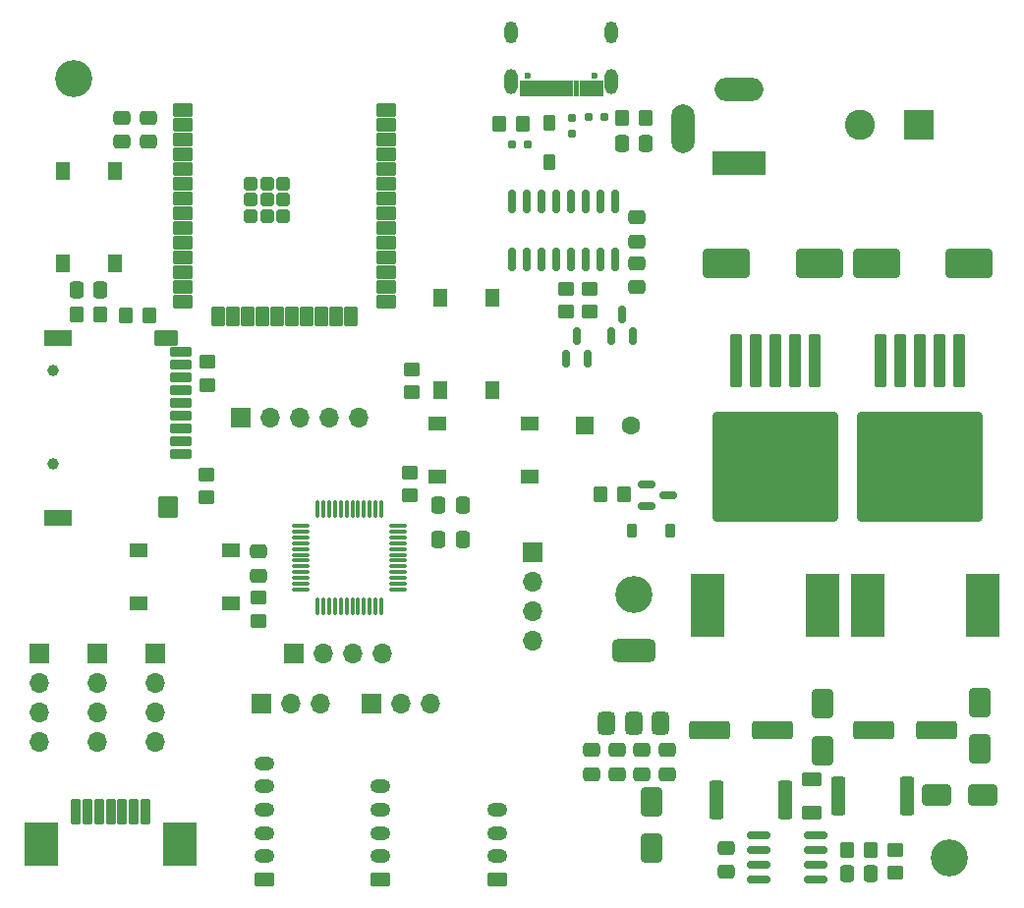
<source format=gbr>
%TF.GenerationSoftware,KiCad,Pcbnew,8.0.2*%
%TF.CreationDate,2025-04-18T13:43:38+02:00*%
%TF.ProjectId,Mini-me-pcb,4d696e69-2d6d-4652-9d70-63622e6b6963,rev?*%
%TF.SameCoordinates,Original*%
%TF.FileFunction,Soldermask,Top*%
%TF.FilePolarity,Negative*%
%FSLAX46Y46*%
G04 Gerber Fmt 4.6, Leading zero omitted, Abs format (unit mm)*
G04 Created by KiCad (PCBNEW 8.0.2) date 2025-04-18 13:43:38*
%MOMM*%
%LPD*%
G01*
G04 APERTURE LIST*
G04 Aperture macros list*
%AMRoundRect*
0 Rectangle with rounded corners*
0 $1 Rounding radius*
0 $2 $3 $4 $5 $6 $7 $8 $9 X,Y pos of 4 corners*
0 Add a 4 corners polygon primitive as box body*
4,1,4,$2,$3,$4,$5,$6,$7,$8,$9,$2,$3,0*
0 Add four circle primitives for the rounded corners*
1,1,$1+$1,$2,$3*
1,1,$1+$1,$4,$5*
1,1,$1+$1,$6,$7*
1,1,$1+$1,$8,$9*
0 Add four rect primitives between the rounded corners*
20,1,$1+$1,$2,$3,$4,$5,0*
20,1,$1+$1,$4,$5,$6,$7,0*
20,1,$1+$1,$6,$7,$8,$9,0*
20,1,$1+$1,$8,$9,$2,$3,0*%
G04 Aperture macros list end*
%ADD10C,0.010000*%
%ADD11R,1.700000X1.700000*%
%ADD12O,1.700000X1.700000*%
%ADD13RoundRect,0.250000X-0.475000X0.337500X-0.475000X-0.337500X0.475000X-0.337500X0.475000X0.337500X0*%
%ADD14RoundRect,0.250000X-0.337500X-0.475000X0.337500X-0.475000X0.337500X0.475000X-0.337500X0.475000X0*%
%ADD15RoundRect,0.250000X0.625000X-0.350000X0.625000X0.350000X-0.625000X0.350000X-0.625000X-0.350000X0*%
%ADD16O,1.750000X1.200000*%
%ADD17RoundRect,0.102000X-0.750000X-0.450000X0.750000X-0.450000X0.750000X0.450000X-0.750000X0.450000X0*%
%ADD18RoundRect,0.102000X-0.450000X-0.750000X0.450000X-0.750000X0.450000X0.750000X-0.450000X0.750000X0*%
%ADD19RoundRect,0.102000X-0.450000X-0.450000X0.450000X-0.450000X0.450000X0.450000X-0.450000X0.450000X0*%
%ADD20R,4.600000X2.000000*%
%ADD21O,4.200000X2.000000*%
%ADD22O,2.000000X4.200000*%
%ADD23RoundRect,0.250000X-0.300000X2.050000X-0.300000X-2.050000X0.300000X-2.050000X0.300000X2.050000X0*%
%ADD24RoundRect,0.250002X-5.149998X4.449998X-5.149998X-4.449998X5.149998X-4.449998X5.149998X4.449998X0*%
%ADD25RoundRect,0.250000X-0.350000X-0.450000X0.350000X-0.450000X0.350000X0.450000X-0.350000X0.450000X0*%
%ADD26RoundRect,0.250000X-0.650000X1.000000X-0.650000X-1.000000X0.650000X-1.000000X0.650000X1.000000X0*%
%ADD27RoundRect,0.150000X0.150000X-0.587500X0.150000X0.587500X-0.150000X0.587500X-0.150000X-0.587500X0*%
%ADD28RoundRect,0.250000X-0.450000X0.350000X-0.450000X-0.350000X0.450000X-0.350000X0.450000X0.350000X0*%
%ADD29RoundRect,0.250000X0.475000X-0.337500X0.475000X0.337500X-0.475000X0.337500X-0.475000X-0.337500X0*%
%ADD30RoundRect,0.250000X-0.362500X-1.425000X0.362500X-1.425000X0.362500X1.425000X-0.362500X1.425000X0*%
%ADD31RoundRect,0.150000X-0.150000X0.825000X-0.150000X-0.825000X0.150000X-0.825000X0.150000X0.825000X0*%
%ADD32R,2.600000X2.600000*%
%ADD33C,2.600000*%
%ADD34RoundRect,0.250000X-1.750000X-1.000000X1.750000X-1.000000X1.750000X1.000000X-1.750000X1.000000X0*%
%ADD35RoundRect,0.250000X0.350000X0.450000X-0.350000X0.450000X-0.350000X-0.450000X0.350000X-0.450000X0*%
%ADD36RoundRect,0.150000X-0.825000X-0.150000X0.825000X-0.150000X0.825000X0.150000X-0.825000X0.150000X0*%
%ADD37RoundRect,0.102000X-0.305000X-1.000000X0.305000X-1.000000X0.305000X1.000000X-0.305000X1.000000X0*%
%ADD38RoundRect,0.102000X-1.340000X-1.800000X1.340000X-1.800000X1.340000X1.800000X-1.340000X1.800000X0*%
%ADD39R,2.900000X5.400000*%
%ADD40RoundRect,0.102000X-0.240000X-0.200000X0.240000X-0.200000X0.240000X0.200000X-0.240000X0.200000X0*%
%ADD41R,1.600000X1.600000*%
%ADD42C,1.600000*%
%ADD43RoundRect,0.250000X0.337500X0.475000X-0.337500X0.475000X-0.337500X-0.475000X0.337500X-0.475000X0*%
%ADD44RoundRect,0.250000X-1.500000X-0.550000X1.500000X-0.550000X1.500000X0.550000X-1.500000X0.550000X0*%
%ADD45C,3.200000*%
%ADD46RoundRect,0.250000X-0.625000X0.375000X-0.625000X-0.375000X0.625000X-0.375000X0.625000X0.375000X0*%
%ADD47RoundRect,0.102000X0.365000X-0.605000X0.365000X0.605000X-0.365000X0.605000X-0.365000X-0.605000X0*%
%ADD48RoundRect,0.375000X0.375000X-0.625000X0.375000X0.625000X-0.375000X0.625000X-0.375000X-0.625000X0*%
%ADD49RoundRect,0.500000X1.400000X-0.500000X1.400000X0.500000X-1.400000X0.500000X-1.400000X-0.500000X0*%
%ADD50RoundRect,0.250000X-1.000000X-0.650000X1.000000X-0.650000X1.000000X0.650000X-1.000000X0.650000X0*%
%ADD51RoundRect,0.102000X0.240000X0.200000X-0.240000X0.200000X-0.240000X-0.200000X0.240000X-0.200000X0*%
%ADD52R,1.550000X1.300000*%
%ADD53C,1.000000*%
%ADD54RoundRect,0.102000X-0.800000X0.350000X-0.800000X-0.350000X0.800000X-0.350000X0.800000X0.350000X0*%
%ADD55RoundRect,0.102000X-0.900000X0.600000X-0.900000X-0.600000X0.900000X-0.600000X0.900000X0.600000X0*%
%ADD56RoundRect,0.102000X-0.750000X0.800000X-0.750000X-0.800000X0.750000X-0.800000X0.750000X0.800000X0*%
%ADD57RoundRect,0.102000X-1.100000X0.600000X-1.100000X-0.600000X1.100000X-0.600000X1.100000X0.600000X0*%
%ADD58RoundRect,0.250000X0.650000X-1.000000X0.650000X1.000000X-0.650000X1.000000X-0.650000X-1.000000X0*%
%ADD59R,1.300000X1.550000*%
%ADD60C,0.600000*%
%ADD61O,1.104000X2.204000*%
%ADD62O,1.104000X1.904000*%
%ADD63RoundRect,0.250000X1.750000X1.000000X-1.750000X1.000000X-1.750000X-1.000000X1.750000X-1.000000X0*%
%ADD64RoundRect,0.225000X-0.225000X-0.375000X0.225000X-0.375000X0.225000X0.375000X-0.225000X0.375000X0*%
%ADD65RoundRect,0.075000X-0.662500X-0.075000X0.662500X-0.075000X0.662500X0.075000X-0.662500X0.075000X0*%
%ADD66RoundRect,0.075000X-0.075000X-0.662500X0.075000X-0.662500X0.075000X0.662500X-0.075000X0.662500X0*%
%ADD67RoundRect,0.250000X0.450000X-0.350000X0.450000X0.350000X-0.450000X0.350000X-0.450000X-0.350000X0*%
%ADD68RoundRect,0.250000X0.362500X1.425000X-0.362500X1.425000X-0.362500X-1.425000X0.362500X-1.425000X0*%
%ADD69RoundRect,0.102000X0.200000X-0.240000X0.200000X0.240000X-0.200000X0.240000X-0.200000X-0.240000X0*%
%ADD70RoundRect,0.150000X-0.587500X-0.150000X0.587500X-0.150000X0.587500X0.150000X-0.587500X0.150000X0*%
G04 APERTURE END LIST*
D10*
%TO.C,J1*%
X167048000Y-40918500D02*
X166348000Y-40918500D01*
X166348000Y-39678500D01*
X167048000Y-39678500D01*
X167048000Y-40918500D01*
G36*
X167048000Y-40918500D02*
G01*
X166348000Y-40918500D01*
X166348000Y-39678500D01*
X167048000Y-39678500D01*
X167048000Y-40918500D01*
G37*
X167848000Y-40918500D02*
X167148000Y-40918500D01*
X167148000Y-39678500D01*
X167848000Y-39678500D01*
X167848000Y-40918500D01*
G36*
X167848000Y-40918500D02*
G01*
X167148000Y-40918500D01*
X167148000Y-39678500D01*
X167848000Y-39678500D01*
X167848000Y-40918500D01*
G37*
X168348000Y-40918500D02*
X167948000Y-40918500D01*
X167948000Y-39678500D01*
X168348000Y-39678500D01*
X168348000Y-40918500D01*
G36*
X168348000Y-40918500D02*
G01*
X167948000Y-40918500D01*
X167948000Y-39678500D01*
X168348000Y-39678500D01*
X168348000Y-40918500D01*
G37*
X168848000Y-40918500D02*
X168448000Y-40918500D01*
X168448000Y-39678500D01*
X168848000Y-39678500D01*
X168848000Y-40918500D01*
G36*
X168848000Y-40918500D02*
G01*
X168448000Y-40918500D01*
X168448000Y-39678500D01*
X168848000Y-39678500D01*
X168848000Y-40918500D01*
G37*
X169348000Y-40918500D02*
X168948000Y-40918500D01*
X168948000Y-39678500D01*
X169348000Y-39678500D01*
X169348000Y-40918500D01*
G36*
X169348000Y-40918500D02*
G01*
X168948000Y-40918500D01*
X168948000Y-39678500D01*
X169348000Y-39678500D01*
X169348000Y-40918500D01*
G37*
X169848000Y-40918500D02*
X169448000Y-40918500D01*
X169448000Y-39678500D01*
X169848000Y-39678500D01*
X169848000Y-40918500D01*
G36*
X169848000Y-40918500D02*
G01*
X169448000Y-40918500D01*
X169448000Y-39678500D01*
X169848000Y-39678500D01*
X169848000Y-40918500D01*
G37*
X170348000Y-40918500D02*
X169948000Y-40918500D01*
X169948000Y-39678500D01*
X170348000Y-39678500D01*
X170348000Y-40918500D01*
G36*
X170348000Y-40918500D02*
G01*
X169948000Y-40918500D01*
X169948000Y-39678500D01*
X170348000Y-39678500D01*
X170348000Y-40918500D01*
G37*
X170848000Y-40918500D02*
X170448000Y-40918500D01*
X170448000Y-39678500D01*
X170848000Y-39678500D01*
X170848000Y-40918500D01*
G36*
X170848000Y-40918500D02*
G01*
X170448000Y-40918500D01*
X170448000Y-39678500D01*
X170848000Y-39678500D01*
X170848000Y-40918500D01*
G37*
X171348000Y-40918500D02*
X170948000Y-40918500D01*
X170948000Y-39678500D01*
X171348000Y-39678500D01*
X171348000Y-40918500D01*
G36*
X171348000Y-40918500D02*
G01*
X170948000Y-40918500D01*
X170948000Y-39678500D01*
X171348000Y-39678500D01*
X171348000Y-40918500D01*
G37*
X171848000Y-40918500D02*
X171448000Y-40918500D01*
X171448000Y-39678500D01*
X171848000Y-39678500D01*
X171848000Y-40918500D01*
G36*
X171848000Y-40918500D02*
G01*
X171448000Y-40918500D01*
X171448000Y-39678500D01*
X171848000Y-39678500D01*
X171848000Y-40918500D01*
G37*
X172648000Y-40918500D02*
X171948000Y-40918500D01*
X171948000Y-39678500D01*
X172648000Y-39678500D01*
X172648000Y-40918500D01*
G36*
X172648000Y-40918500D02*
G01*
X171948000Y-40918500D01*
X171948000Y-39678500D01*
X172648000Y-39678500D01*
X172648000Y-40918500D01*
G37*
X173448000Y-40918500D02*
X172748000Y-40918500D01*
X172748000Y-39678500D01*
X173448000Y-39678500D01*
X173448000Y-40918500D01*
G36*
X173448000Y-40918500D02*
G01*
X172748000Y-40918500D01*
X172748000Y-39678500D01*
X173448000Y-39678500D01*
X173448000Y-40918500D01*
G37*
%TD*%
D11*
%TO.C,J16*%
X142240000Y-68707000D03*
D12*
X144780000Y-68707000D03*
X147320000Y-68707000D03*
X149860000Y-68707000D03*
X152400000Y-68707000D03*
%TD*%
D13*
%TO.C,C1*%
X176413000Y-51452500D03*
X176413000Y-53527500D03*
%TD*%
D11*
%TO.C,J14*%
X124921000Y-89037000D03*
D12*
X124921000Y-91577000D03*
X124921000Y-94117000D03*
X124921000Y-96657000D03*
%TD*%
D14*
%TO.C,C19*%
X159315500Y-79231000D03*
X161390500Y-79231000D03*
%TD*%
D11*
%TO.C,J13*%
X129921000Y-89037000D03*
D12*
X129921000Y-91577000D03*
X129921000Y-94117000D03*
X129921000Y-96657000D03*
%TD*%
D15*
%TO.C,J12*%
X164338000Y-108489000D03*
D16*
X164338000Y-106489000D03*
X164338000Y-104489000D03*
X164338000Y-102489000D03*
%TD*%
D17*
%TO.C,IC1*%
X137273000Y-42191000D03*
X137273000Y-43461000D03*
X137273000Y-44731000D03*
X137273000Y-46001000D03*
X137273000Y-47271000D03*
X137273000Y-48541000D03*
X137273000Y-49811000D03*
X137273000Y-51081000D03*
X137273000Y-52351000D03*
X137273000Y-53621000D03*
X137273000Y-54891000D03*
X137273000Y-56161000D03*
X137273000Y-57431000D03*
X137273000Y-58701000D03*
D18*
X140308000Y-59951000D03*
X141578000Y-59951000D03*
X142848000Y-59951000D03*
X144118000Y-59951000D03*
X145388000Y-59951000D03*
X146658000Y-59951000D03*
X147928000Y-59951000D03*
X149198000Y-59951000D03*
X150468000Y-59951000D03*
X151738000Y-59951000D03*
D17*
X154773000Y-58701000D03*
X154773000Y-57431000D03*
X154773000Y-56161000D03*
X154773000Y-54891000D03*
X154773000Y-53621000D03*
X154773000Y-52351000D03*
X154773000Y-51081000D03*
X154773000Y-49811000D03*
X154773000Y-48541000D03*
X154773000Y-47271000D03*
X154773000Y-46001000D03*
X154773000Y-44731000D03*
X154773000Y-43461000D03*
X154773000Y-42191000D03*
D19*
X143123000Y-48511000D03*
X143123000Y-49911000D03*
X143123000Y-51311000D03*
X144523000Y-51311000D03*
X145923000Y-51311000D03*
X145923000Y-49911000D03*
X145923000Y-48511000D03*
X144523000Y-48511000D03*
X144523000Y-49911000D03*
%TD*%
D13*
%TO.C,C5*%
X184088000Y-105769500D03*
X184088000Y-107844500D03*
%TD*%
D20*
%TO.C,J2*%
X185166000Y-46736000D03*
D21*
X185166000Y-40436000D03*
D22*
X180366000Y-43836000D03*
%TD*%
D13*
%TO.C,C9*%
X176841000Y-97362500D03*
X176841000Y-99437500D03*
%TD*%
D23*
%TO.C,U4*%
X204201000Y-63754000D03*
X202501000Y-63754000D03*
X200801000Y-63754000D03*
D24*
X200801000Y-72904000D03*
D23*
X199101000Y-63754000D03*
X197401000Y-63754000D03*
%TD*%
D25*
%TO.C,R2*%
X128159000Y-59817000D03*
X130159000Y-59817000D03*
%TD*%
D26*
%TO.C,D6*%
X192390000Y-93377000D03*
X192390000Y-97377000D03*
%TD*%
D27*
%TO.C,Q2*%
X174193000Y-61682500D03*
X176093000Y-61682500D03*
X175143000Y-59807500D03*
%TD*%
D28*
%TO.C,R6*%
X172349000Y-57586000D03*
X172349000Y-59586000D03*
%TD*%
D11*
%TO.C,J8*%
X167386000Y-80264000D03*
D12*
X167386000Y-82804000D03*
X167386000Y-85344000D03*
X167386000Y-87884000D03*
%TD*%
D25*
%TO.C,R1*%
X175121000Y-42914500D03*
X177121000Y-42914500D03*
%TD*%
D29*
%TO.C,C13*%
X132067000Y-44926500D03*
X132067000Y-42851500D03*
%TD*%
D13*
%TO.C,C4*%
X176413000Y-55389500D03*
X176413000Y-57464500D03*
%TD*%
D30*
%TO.C,R15*%
X183237500Y-101600000D03*
X189162500Y-101600000D03*
%TD*%
D31*
%TO.C,U1*%
X174498000Y-50103000D03*
X173228000Y-50103000D03*
X171958000Y-50103000D03*
X170688000Y-50103000D03*
X169418000Y-50103000D03*
X168148000Y-50103000D03*
X166878000Y-50103000D03*
X165608000Y-50103000D03*
X165608000Y-55053000D03*
X166878000Y-55053000D03*
X168148000Y-55053000D03*
X169418000Y-55053000D03*
X170688000Y-55053000D03*
X171958000Y-55053000D03*
X173228000Y-55053000D03*
X174498000Y-55053000D03*
%TD*%
D32*
%TO.C,J3*%
X200665000Y-43510000D03*
D33*
X195585000Y-43510000D03*
%TD*%
D34*
%TO.C,C11*%
X197026000Y-55372000D03*
X205026000Y-55372000D03*
%TD*%
D35*
%TO.C,R4*%
X166580000Y-43422500D03*
X164580000Y-43422500D03*
%TD*%
D36*
%TO.C,U2*%
X186882000Y-104648000D03*
X186882000Y-105918000D03*
X186882000Y-107188000D03*
X186882000Y-108458000D03*
X191832000Y-108458000D03*
X191832000Y-107188000D03*
X191832000Y-105918000D03*
X191832000Y-104648000D03*
%TD*%
D37*
%TO.C,J11*%
X128064000Y-102649000D03*
X129064000Y-102649000D03*
X130064000Y-102649000D03*
X131064000Y-102649000D03*
X132064000Y-102649000D03*
X133064000Y-102649000D03*
X134064000Y-102649000D03*
D38*
X125074000Y-105449000D03*
X137054000Y-105449000D03*
%TD*%
D29*
%TO.C,C3*%
X143764000Y-82317500D03*
X143764000Y-80242500D03*
%TD*%
D13*
%TO.C,C15*%
X174682000Y-97362500D03*
X174682000Y-99437500D03*
%TD*%
D39*
%TO.C,L1*%
X206230000Y-84836000D03*
X196330000Y-84836000D03*
%TD*%
D40*
%TO.C,D2*%
X165682000Y-45200500D03*
X167002000Y-45200500D03*
%TD*%
D14*
%TO.C,C7*%
X175083500Y-45073500D03*
X177158500Y-45073500D03*
%TD*%
D39*
%TO.C,L2*%
X192387000Y-84836000D03*
X182487000Y-84836000D03*
%TD*%
D11*
%TO.C,J5*%
X153543000Y-93345000D03*
D12*
X156083000Y-93345000D03*
X158623000Y-93345000D03*
%TD*%
D41*
%TO.C,BZ1*%
X171900000Y-69400000D03*
D42*
X175900000Y-69400000D03*
%TD*%
D14*
%TO.C,C6*%
X194480500Y-107950000D03*
X196555500Y-107950000D03*
%TD*%
D43*
%TO.C,C2*%
X130196500Y-57658000D03*
X128121500Y-57658000D03*
%TD*%
D29*
%TO.C,C10*%
X134353000Y-44926500D03*
X134353000Y-42851500D03*
%TD*%
D26*
%TO.C,D5*%
X205979000Y-93250000D03*
X205979000Y-97250000D03*
%TD*%
D44*
%TO.C,C17*%
X182672000Y-95631000D03*
X188072000Y-95631000D03*
%TD*%
D45*
%TO.C,H2*%
X203300000Y-106600000D03*
%TD*%
D46*
%TO.C,F1*%
X191500000Y-99900000D03*
X191500000Y-102700000D03*
%TD*%
D47*
%TO.C,D1*%
X168882000Y-43327500D03*
X168882000Y-46687500D03*
%TD*%
D15*
%TO.C,J9*%
X154338000Y-108489000D03*
D16*
X154338000Y-106489000D03*
X154338000Y-104489000D03*
X154338000Y-102489000D03*
X154338000Y-100489000D03*
%TD*%
D11*
%TO.C,J6*%
X144018000Y-93345000D03*
D12*
X146558000Y-93345000D03*
X149098000Y-93345000D03*
%TD*%
D28*
%TO.C,R5*%
X170317000Y-57586000D03*
X170317000Y-59586000D03*
%TD*%
D15*
%TO.C,J10*%
X144338000Y-108489000D03*
D16*
X144338000Y-106489000D03*
X144338000Y-104489000D03*
X144338000Y-102489000D03*
X144338000Y-100489000D03*
X144338000Y-98489000D03*
%TD*%
D48*
%TO.C,U3*%
X173800000Y-95050000D03*
X176100000Y-95050000D03*
X178400000Y-95050000D03*
D49*
X176100000Y-88750000D03*
%TD*%
D50*
%TO.C,D9*%
X202200000Y-101200000D03*
X206200000Y-101200000D03*
%TD*%
D51*
%TO.C,D3*%
X173606000Y-42787500D03*
X172286000Y-42787500D03*
%TD*%
D14*
%TO.C,C18*%
X159315500Y-76221000D03*
X161390500Y-76221000D03*
%TD*%
D52*
%TO.C,SW2*%
X133434000Y-80173000D03*
X141394000Y-80173000D03*
X133434000Y-84673000D03*
X141394000Y-84673000D03*
%TD*%
D53*
%TO.C,J18*%
X126100000Y-64650000D03*
X126100000Y-72650000D03*
D54*
X137100000Y-71850000D03*
X137100000Y-70750000D03*
X137100000Y-69650000D03*
X137100000Y-68550000D03*
X137100000Y-67450000D03*
X137100000Y-66350000D03*
X137100000Y-65250000D03*
X137100000Y-64150000D03*
X137100000Y-63050000D03*
D55*
X135800000Y-61850000D03*
D56*
X136050000Y-76450000D03*
D57*
X126500000Y-61850000D03*
X126500000Y-77350000D03*
%TD*%
D52*
%TO.C,SW3*%
X159215000Y-69251000D03*
X167175000Y-69251000D03*
X159215000Y-73751000D03*
X167175000Y-73751000D03*
%TD*%
D58*
%TO.C,D7*%
X177700000Y-105800000D03*
X177700000Y-101800000D03*
%TD*%
D13*
%TO.C,C8*%
X179000000Y-97362500D03*
X179000000Y-99437500D03*
%TD*%
D59*
%TO.C,SW5*%
X163921000Y-58377000D03*
X163921000Y-66337000D03*
X159421000Y-58377000D03*
X159421000Y-66337000D03*
%TD*%
D45*
%TO.C,H1*%
X127920000Y-39528000D03*
%TD*%
D60*
%TO.C,J1*%
X172788000Y-39228500D03*
X167008000Y-39228500D03*
D61*
X174223000Y-39718500D03*
X165573000Y-39718500D03*
D62*
X174223000Y-35548500D03*
X165573000Y-35548500D03*
%TD*%
D63*
%TO.C,C12*%
X192122500Y-55372000D03*
X184122500Y-55372000D03*
%TD*%
D28*
%TO.C,R9*%
X156972000Y-64532000D03*
X156972000Y-66532000D03*
%TD*%
%TO.C,R8*%
X198693000Y-105934000D03*
X198693000Y-107934000D03*
%TD*%
D64*
%TO.C,D8*%
X175950000Y-78400000D03*
X179250000Y-78400000D03*
%TD*%
D13*
%TO.C,C14*%
X172523000Y-97362500D03*
X172523000Y-99437500D03*
%TD*%
D27*
%TO.C,Q1*%
X170256000Y-63587500D03*
X172156000Y-63587500D03*
X171206000Y-61712500D03*
%TD*%
D65*
%TO.C,U6*%
X147475500Y-78022000D03*
X147475500Y-78522000D03*
X147475500Y-79022000D03*
X147475500Y-79522000D03*
X147475500Y-80022000D03*
X147475500Y-80522000D03*
X147475500Y-81022000D03*
X147475500Y-81522000D03*
X147475500Y-82022000D03*
X147475500Y-82522000D03*
X147475500Y-83022000D03*
X147475500Y-83522000D03*
D66*
X148888000Y-84934500D03*
X149388000Y-84934500D03*
X149888000Y-84934500D03*
X150388000Y-84934500D03*
X150888000Y-84934500D03*
X151388000Y-84934500D03*
X151888000Y-84934500D03*
X152388000Y-84934500D03*
X152888000Y-84934500D03*
X153388000Y-84934500D03*
X153888000Y-84934500D03*
X154388000Y-84934500D03*
D65*
X155800500Y-83522000D03*
X155800500Y-83022000D03*
X155800500Y-82522000D03*
X155800500Y-82022000D03*
X155800500Y-81522000D03*
X155800500Y-81022000D03*
X155800500Y-80522000D03*
X155800500Y-80022000D03*
X155800500Y-79522000D03*
X155800500Y-79022000D03*
X155800500Y-78522000D03*
X155800500Y-78022000D03*
D66*
X154388000Y-76609500D03*
X153888000Y-76609500D03*
X153388000Y-76609500D03*
X152888000Y-76609500D03*
X152388000Y-76609500D03*
X151888000Y-76609500D03*
X151388000Y-76609500D03*
X150888000Y-76609500D03*
X150388000Y-76609500D03*
X149888000Y-76609500D03*
X149388000Y-76609500D03*
X148888000Y-76609500D03*
%TD*%
D59*
%TO.C,SW1*%
X126909000Y-55415000D03*
X126909000Y-47455000D03*
X131409000Y-55415000D03*
X131409000Y-47455000D03*
%TD*%
D67*
%TO.C,R18*%
X139300000Y-75600000D03*
X139300000Y-73600000D03*
%TD*%
D25*
%TO.C,R16*%
X173300000Y-75300000D03*
X175300000Y-75300000D03*
%TD*%
D44*
%TO.C,C16*%
X196802000Y-95631000D03*
X202202000Y-95631000D03*
%TD*%
D11*
%TO.C,J15*%
X134921000Y-89037000D03*
D12*
X134921000Y-91577000D03*
X134921000Y-94117000D03*
X134921000Y-96657000D03*
%TD*%
D67*
%TO.C,R10*%
X156845000Y-75422000D03*
X156845000Y-73422000D03*
%TD*%
D68*
%TO.C,R14*%
X199662500Y-101300000D03*
X193737500Y-101300000D03*
%TD*%
D45*
%TO.C,H3*%
X176149000Y-83947000D03*
%TD*%
D25*
%TO.C,R7*%
X194518000Y-105918000D03*
X196518000Y-105918000D03*
%TD*%
D69*
%TO.C,D4*%
X170787000Y-44209500D03*
X170787000Y-42889500D03*
%TD*%
D67*
%TO.C,R17*%
X139400000Y-65900000D03*
X139400000Y-63900000D03*
%TD*%
D23*
%TO.C,U5*%
X191755000Y-63754000D03*
X190055000Y-63754000D03*
X188355000Y-63754000D03*
D24*
X188355000Y-72904000D03*
D23*
X186655000Y-63754000D03*
X184955000Y-63754000D03*
%TD*%
D70*
%TO.C,Q3*%
X177262500Y-74450000D03*
X177262500Y-76350000D03*
X179137500Y-75400000D03*
%TD*%
D25*
%TO.C,R19*%
X132400000Y-59900000D03*
X134400000Y-59900000D03*
%TD*%
D11*
%TO.C,J7*%
X146822000Y-89027000D03*
D12*
X149362000Y-89027000D03*
X151902000Y-89027000D03*
X154442000Y-89027000D03*
%TD*%
D67*
%TO.C,R3*%
X143764000Y-86217000D03*
X143764000Y-84217000D03*
%TD*%
M02*

</source>
